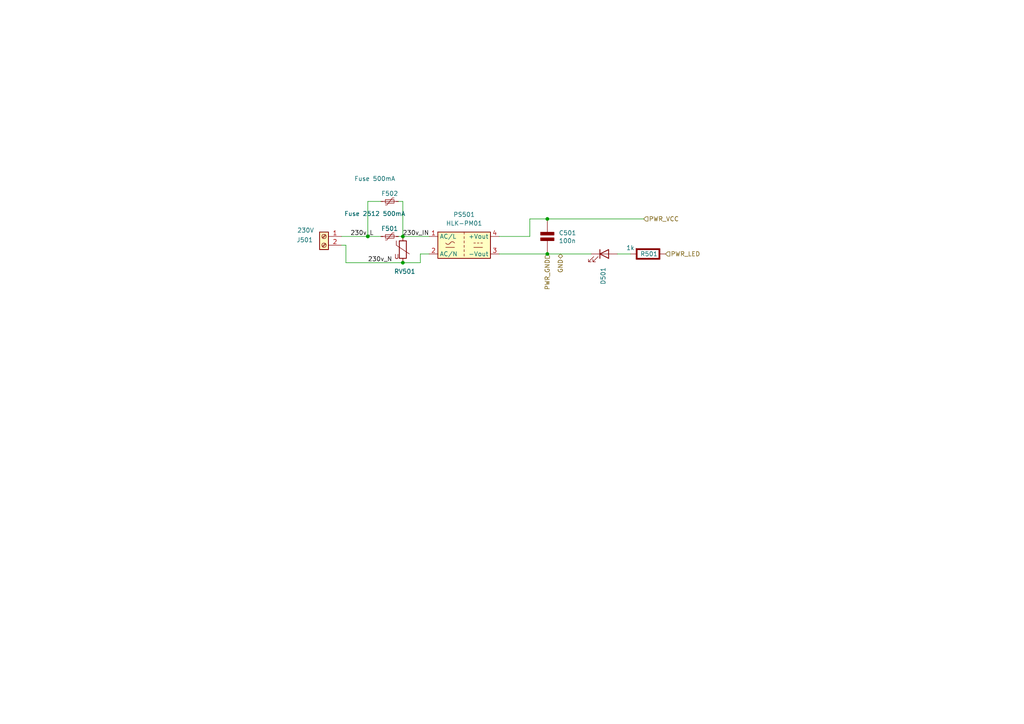
<source format=kicad_sch>
(kicad_sch (version 20231120) (generator "eeschema") (generator_version "8.0")
  (paper "A4")
  (lib_symbols
    (symbol "Connector:Screw_Terminal_01x02" (pin_names (offset 1.016) hide)
      (property "Reference" "J" (at 0 2.54 0))
      (property "Value" "Screw_Terminal_01x02" (at 0 -5.08 0))
      (symbol "Screw_Terminal_01x02_1_1"
        (rectangle (start -1.27 1.27) (end 1.27 -3.81) (stroke (width 0.254)) (fill (type background)))
        (circle (center 0 -2.54) (radius 0.635) (stroke (width 0.1524)))
        (polyline (pts (xy -0.5334 -2.2098) (xy 0.3302 -3.048)) (stroke (width 0.1524)))
        (polyline (pts (xy -0.5334 0.3302) (xy 0.3302 -0.508)) (stroke (width 0.1524)))
        (polyline (pts (xy -0.3556 -2.032) (xy 0.508 -2.8702)) (stroke (width 0.1524)))
        (polyline (pts (xy -0.3556 0.508) (xy 0.508 -0.3302)) (stroke (width 0.1524)))
        (circle (center 0 0) (radius 0.635) (stroke (width 0.1524)))
        (pin passive line (at -5.08 0 0) (length 3.81) (name "Pin_1") (number "1"))
        (pin passive line (at -5.08 -2.54 0) (length 3.81) (name "Pin_2") (number "2"))
      )
    )
    (symbol "Converter_ACDC:HLK-PM01"
      (property "Reference" "PS" (at 0 5.08 0))
      (property "Value" "HLK-PM01" (at 0 -5.08 0))
      (symbol "HLK-PM01_0_1"
        (rectangle (start -7.62 3.81) (end 7.62 -3.81) (stroke (width 0.254)) (fill (type background)))
        (arc (start -5.334 0.635) (mid -4.699 0.2495) (end -4.064 0.635))
        (arc (start -2.794 0.635) (mid -3.429 1.0072) (end -4.064 0.635))
        (polyline (pts (xy -5.334 -0.635) (xy -2.794 -0.635)))
        (polyline (pts (xy 0 -2.54) (xy 0 -3.175)))
        (polyline (pts (xy 0 -1.27) (xy 0 -1.905)))
        (polyline (pts (xy 0 0) (xy 0 -0.635)))
        (polyline (pts (xy 0 1.27) (xy 0 0.635)))
        (polyline (pts (xy 0 2.54) (xy 0 1.905)))
        (polyline (pts (xy 0 3.81) (xy 0 3.175)))
        (polyline (pts (xy 2.794 -0.635) (xy 5.334 -0.635)))
        (polyline (pts (xy 2.794 0.635) (xy 3.302 0.635)))
        (polyline (pts (xy 3.81 0.635) (xy 4.318 0.635)))
        (polyline (pts (xy 4.826 0.635) (xy 5.334 0.635)))
      )
      (symbol "HLK-PM01_1_1"
        (pin power_in line (at -10.16 2.54 0) (length 2.54) (name "AC/L") (number "1"))
        (pin power_in line (at -10.16 -2.54 0) (length 2.54) (name "AC/N") (number "2"))
        (pin power_out line (at 10.16 -2.54 180) (length 2.54) (name "-Vout") (number "3"))
        (pin power_out line (at 10.16 2.54 180) (length 2.54) (name "+Vout") (number "4"))
      )
    )
    (symbol "Device:LED" (pin_numbers hide) (pin_names (offset 1.016) hide)
      (property "Reference" "D" (at 0 2.54 0))
      (property "Value" "LED" (at 0 -2.54 0))
      (symbol "LED_0_1"
        (polyline (pts (xy -1.27 -1.27) (xy -1.27 1.27)) (stroke (width 0.254)))
        (polyline (pts (xy -1.27 0) (xy 1.27 0)))
        (polyline (pts (xy 1.27 -1.27) (xy 1.27 1.27) (xy -1.27 0) (xy 1.27 -1.27)) (stroke (width 0.254)))
        (polyline (pts (xy -3.048 -0.762) (xy -4.572 -2.286) (xy -3.81 -2.286) (xy -4.572 -2.286) (xy -4.572 -1.524)))
        (polyline (pts (xy -1.778 -0.762) (xy -3.302 -2.286) (xy -2.54 -2.286) (xy -3.302 -2.286) (xy -3.302 -1.524)))
      )
      (symbol "LED_1_1"
        (pin passive line (at -3.81 0 0) (length 2.54) (name "K") (number "1"))
        (pin passive line (at 3.81 0 180) (length 2.54) (name "A") (number "2"))
      )
    )
    (symbol "Device:Polyfuse_Small" (pin_numbers hide) (pin_names (offset 0))
      (property "Reference" "F" (at -1.905 0 90))
      (property "Value" "Polyfuse_Small" (at 1.905 0 90))
      (symbol "Polyfuse_Small_0_1"
        (rectangle (start -0.508 1.27) (end 0.508 -1.27))
        (polyline (pts (xy 0 2.54) (xy 0 -2.54)))
        (polyline (pts (xy -1.016 1.27) (xy -1.016 0.762) (xy 1.016 -0.762) (xy 1.016 -1.27)))
      )
      (symbol "Polyfuse_Small_1_1"
        (pin passive line (at 0 2.54 270) (length 0.635) (name "~") (number "1"))
        (pin passive line (at 0 -2.54 90) (length 0.635) (name "~") (number "2"))
      )
    )
    (symbol "Device:Varistor" (pin_numbers hide) (pin_names (offset 0))
      (property "Reference" "RV" (at 3.175 0 90))
      (property "Value" "Varistor" (at -3.175 0 90))
      (symbol "Varistor_0_0"
        (text "U" (at -1.778 -2.032 0) (effects (font (size 1.27 1.27))))
      )
      (symbol "Varistor_0_1"
        (rectangle (start -1.016 -2.54) (end 1.016 2.54) (stroke (width 0.254)))
        (polyline (pts (xy -1.905 2.54) (xy -1.905 1.27) (xy 1.905 -1.27)))
      )
      (symbol "Varistor_1_1"
        (pin passive line (at 0 3.81 270) (length 1.27) (name "~") (number "1"))
        (pin passive line (at 0 -3.81 90) (length 1.27) (name "~") (number "2"))
      )
    )
    (symbol "PCM_Elektuur:C" (pin_numbers hide) (pin_names (offset 0) hide)
      (property "Reference" "C" (at 0.635 3.175 0))
      (property "Value" "C" (at 0.635 -3.175 0))
      (symbol "C_1_1"
        (rectangle (start -1.905 -0.4318) (end 1.905 -1.1938) (stroke (width 0.254)) (fill (type outline)))
        (rectangle (start -1.905 1.1938) (end 1.905 0.4318) (stroke (width 0.254)) (fill (type outline)))
        (pin passive line (at 0 5.08 270) (length 3.8862) (name "+") (number "1"))
        (pin passive line (at 0 -5.08 90) (length 3.8862) (name "-") (number "2"))
      )
      (symbol "C_1_2"
        (polyline (pts (xy -1.905 -1.4986) (xy 1.905 -1.4986) (xy 1.905 -0.4318) (xy -1.905 -0.4318) (xy -1.905 -1.4986) (xy -1.8034 -1.397) (xy -1.8034 -0.5334) (xy 1.8034 -0.5334) (xy 1.8034 -1.397) (xy -1.8034 -1.397) (xy -1.905 -1.4986)) (stroke (width 0.254)) (fill (type outline)))
        (polyline (pts (xy -1.905 0.4318) (xy 1.905 0.4318) (xy 1.905 1.4986) (xy -1.905 1.4986) (xy -1.905 0.4318) (xy -1.8034 0.5334) (xy -1.8034 1.397) (xy 1.8034 1.397) (xy 1.8034 0.5334) (xy -1.8034 0.5334) (xy -1.905 0.4318)) (stroke (width 0.254)) (fill (type outline)))
        (pin passive line (at 0 5.08 270) (length 3.5814) (name "+") (number "1"))
        (pin passive line (at 0 -5.08 90) (length 3.5814) (name "-") (number "2"))
      )
    )
    (symbol "PCM_Elektuur:R" (pin_numbers hide) (pin_names (offset 0) hide)
      (property "Reference" "R" (at 2.54 3.175 0))
      (property "Value" "R" (at 0 0 90))
      (symbol "R_1_1"
        (polyline (pts (xy -1.524 -3.429) (xy 1.524 -3.429) (xy 1.524 3.429) (xy -1.524 3.429) (xy -1.524 -3.429) (xy -1.27 -3.175) (xy -1.27 3.175) (xy 1.27 3.175) (xy 1.27 -3.175) (xy -1.27 -3.175) (xy -1.524 -3.429)) (stroke (width 0.254)) (fill (type outline)))
        (pin passive line (at 0 5.08 270) (length 1.651) (name "+") (number "1"))
        (pin passive line (at 0 -5.08 90) (length 1.651) (name "-") (number "2"))
      )
      (symbol "R_1_2"
        (polyline (pts (xy -0.508 -3.429) (xy 1.524 -3.429) (xy 1.524 3.429) (xy -0.508 3.429) (xy -0.508 3.175) (xy 1.27 3.175) (xy 1.27 -3.175) (xy -0.508 -3.175) (xy -0.508 -3.429)) (stroke (width 0.254)) (fill (type outline)))
        (pin passive line (at 0 5.08 270) (length 1.651) (name "+") (number "1"))
        (pin passive line (at 0 -5.08 90) (length 1.651) (name "-") (number "2"))
      )
      (symbol "R_1_3"
        (polyline (pts (xy 0 3.4798) (xy 0 3.2004) (xy 0.7112 2.794) (xy -1.1938 1.6764) (xy 0.7112 0.5588) (xy -1.1938 -0.5588) (xy 0.7112 -1.6764) (xy -1.1938 -2.794) (xy 0 -3.4798) (xy 0 -3.2004) (xy -0.7112 -2.794) (xy 1.1938 -1.6764) (xy -0.7112 -0.5588) (xy 1.1938 0.5588) (xy -0.7112 1.6764) (xy 1.1938 2.794) (xy 0 3.4798)) (stroke (width 0.254)) (fill (type outline)))
        (pin passive line (at 0 5.08 270) (length 1.6002) (name "+") (number "1"))
        (pin passive line (at 0 -5.08 90) (length 1.6002) (name "-") (number "2"))
      )
      (symbol "R_1_4"
        (polyline (pts (xy 0 4.5466) (xy 0 4.2672) (xy 0.0508 4.2418) (xy 1.016 3.683) (xy -1.524 2.2098) (xy 1.016 0.7366) (xy -1.524 -0.7366) (xy 1.016 -2.2098) (xy -1.524 -3.683) (xy -0.0762 -4.5212) (xy 0 -4.5466) (xy 0 -4.2672) (xy -0.0508 -4.2418) (xy -1.016 -3.683) (xy 1.524 -2.2098) (xy -1.016 -0.7366) (xy 1.524 0.7366) (xy -1.016 2.2098) (xy 1.524 3.683) (xy 0.0762 4.5212) (xy 0 4.5466)) (stroke (width 0.254)) (fill (type outline)))
        (pin passive line (at 0 5.08 270) (length 0.5334) (name "+") (number "1"))
        (pin passive line (at 0 -5.08 90) (length 0.5334) (name "-") (number "2"))
      )
    )
  )
  (junction (at 158.75 73.66))
  (junction (at 158.75 63.5))
  (junction (at 106.68 68.58))
  (junction (at 116.84 68.58))
  (junction (at 116.84 76.2))
  (wire (pts (xy 153.67 63.5) (xy 153.67 68.58)))
  (wire (pts (xy 158.75 63.5) (xy 153.67 63.5)))
  (wire (pts (xy 100.33 71.12) (xy 99.06 71.12)))
  (wire (pts (xy 121.92 73.66) (xy 121.92 76.2)))
  (wire (pts (xy 182.88 73.66) (xy 179.07 73.66)))
  (wire (pts (xy 158.75 73.66) (xy 171.45 73.66)))
  (wire (pts (xy 116.84 58.42) (xy 116.84 68.58)))
  (wire (pts (xy 100.33 71.12) (xy 100.33 76.2)))
  (wire (pts (xy 115.57 68.58) (xy 116.84 68.58)))
  (wire (pts (xy 106.68 68.58) (xy 110.49 68.58)))
  (wire (pts (xy 99.06 68.58) (xy 106.68 68.58)))
  (wire (pts (xy 106.68 58.42) (xy 106.68 68.58)))
  (wire (pts (xy 186.69 63.5) (xy 158.75 63.5)))
  (wire (pts (xy 100.33 76.2) (xy 116.84 76.2)))
  (wire (pts (xy 153.67 68.58) (xy 144.78 68.58)))
  (wire (pts (xy 116.84 68.58) (xy 124.46 68.58)))
  (wire (pts (xy 115.57 58.42) (xy 116.84 58.42)))
  (wire (pts (xy 110.49 58.42) (xy 106.68 58.42)))
  (wire (pts (xy 144.78 73.66) (xy 158.75 73.66)))
  (wire (pts (xy 121.92 76.2) (xy 116.84 76.2)))
  (wire (pts (xy 121.92 73.66) (xy 124.46 73.66)))
  (label "230v_IN" (at 124.46 68.58 180))
  (label "230v_N" (at 106.68 76.2 0))
  (label "230v_L" (at 101.6 68.58 0))
  (hierarchical_label "GND" (shape bidirectional) (at 162.56 73.66 270))
  (hierarchical_label "PWR_GND" (shape input) (at 158.75 73.66 270))
  (hierarchical_label "PWR_LED" (shape input) (at 193.04 73.66 0))
  (hierarchical_label "PWR_VCC" (shape input) (at 186.69 63.5 0))
  (symbol (lib_id "PCM_Elektuur:C") (at 158.75 68.58 0) (unit 1)
    (property "Reference" "C501" (at 162.052 67.564 0) (effects (justify left)))
    (property "Value" "100n" (at 162.052 69.85 0) (effects (justify left)))
    (property "Footprint" "Capacitor_SMD:C_0805_2012Metric" (effects (hide yes)))
    (property "Description" "capacitor, non-polarized/bipolar" (effects (hide yes)))
    (property "Indicator" "+" (effects (hide yes)))
    (property "Rating" "V" (effects (hide yes)))
  )
  (symbol (lib_id "Converter_ACDC:HLK-PM01") (at 134.62 71.12 0) (unit 1)
    (property "Reference" "PS501" (at 134.62 62.23 0))
    (property "Value" "HLK-PM01" (at 134.62 64.77 0))
    (property "Footprint" "Converter_ACDC:Converter_ACDC_Hi-Link_HLK-PMxx" (effects (hide yes)))
    (property "Datasheet" "https://h.hlktech.com/download/ACDC%E7%94%B5%E6%BA%90%E6%A8%A1%E5%9D%973W%E7%B3%BB%E5%88%97/1/%E6%B5%B7%E5%87%8C%E7%A7%913W%E7%B3%BB%E5%88%97%E7%94%B5%E6%BA%90%E6%A8%A1%E5%9D%97%E8%A7%84%E6%A0%BC%E4%B9%A6V2.8.pdf" (effects (hide yes)))
    (property "Description" "Compact AC/DC board mount power module 3W 5V" (effects (hide yes)))
  )
  (symbol (lib_id "Device:Varistor") (at 116.84 72.39 0) (unit 1)
    (property "Reference" "RV501" (at 114.3 78.74 0) (effects (justify left)))
    (property "Value" "Varistor" (effects (hide yes)))
    (property "Footprint" "Varistor:RV_Disc_D9mm_W4.8mm_P5mm" (effects (hide yes)))
    (property "Description" "Voltage dependent resistor" (effects (hide yes)))
    (property "Sim.Name" "kicad_builtin_varistor" (effects (hide yes)))
    (property "Sim.Device" "SUBCKT" (effects (hide yes)))
    (property "Sim.Pins" "1=A 2=B" (effects (hide yes)))
    (property "Sim.Params" "threshold=1k" (effects (hide yes)))
    (property "Sim.Library" "${KICAD7_SYMBOL_DIR}/Simulation_SPICE.sp" (effects (hide yes)))
  )
  (symbol (lib_id "Device:Polyfuse_Small") (at 113.03 68.58 270) (unit 1)
    (property "Reference" "F501" (at 113.03 66.294 90))
    (property "Value" "Fuse 2512 500mA" (at 108.712 61.976 90))
    (property "Footprint" "Fuse:Fuse_2512_6332Metric_Pad1.52x3.35mm_HandSolder" (effects (hide yes)))
    (property "Description" "Resettable fuse, polymeric positive temperature coefficient, small symbol" (effects (hide yes)))
  )
  (symbol (lib_id "Device:LED") (at 175.26 73.66 0) (unit 1)
    (property "Reference" "D501" (at 174.9426 77.47 90) (effects (justify right)))
    (property "Value" "PWR" (effects (hide yes)))
    (property "Footprint" "LED_SMD:LED_0805_2012Metric_Pad1.15x1.40mm_HandSolder" (effects (hide yes)))
    (property "Description" "Light emitting diode" (effects (hide yes)))
  )
  (symbol (lib_id "Connector:Screw_Terminal_01x02") (at 93.98 68.58 0) (mirror y) (unit 1)
    (property "Reference" "J501" (at 88.392 69.596 0))
    (property "Value" "230V" (at 88.646 66.802 0))
    (property "Footprint" "Connector_JST:JST_NV_B02P-NV_1x02_P5.00mm_Vertical" (effects (hide yes)))
    (property "Description" "Generic screw terminal, single row, 01x02, script generated (kicad-library-utils/schlib/autogen/connector/)" (effects (hide yes)))
  )
  (symbol (lib_id "Device:Polyfuse_Small") (at 113.03 58.42 270) (unit 1)
    (property "Reference" "F502" (at 113.03 56.134 90))
    (property "Value" "Fuse 500mA" (at 108.712 51.816 90))
    (property "Footprint" "Inductor_THT:L_Axial_L7.0mm_D3.3mm_P5.08mm_Vertical_Fastron_MICC" (effects (hide yes)))
    (property "Description" "Resettable fuse, polymeric positive temperature coefficient, small symbol" (effects (hide yes)))
  )
  (symbol (lib_id "PCM_Elektuur:R") (at 187.96 73.66 270) (unit 1)
    (property "Reference" "R501" (at 185.674 73.66 90) (effects (justify left)))
    (property "Value" "1k" (at 181.61 71.882 90) (effects (justify left)))
    (property "Footprint" "Resistor_SMD:R_0805_2012Metric" (effects (hide yes)))
    (property "Description" "resistor" (effects (hide yes)))
    (property "Indicator" "+" (effects (hide yes)))
    (property "Rating" "W" (effects (hide yes)))
  )
)
</source>
